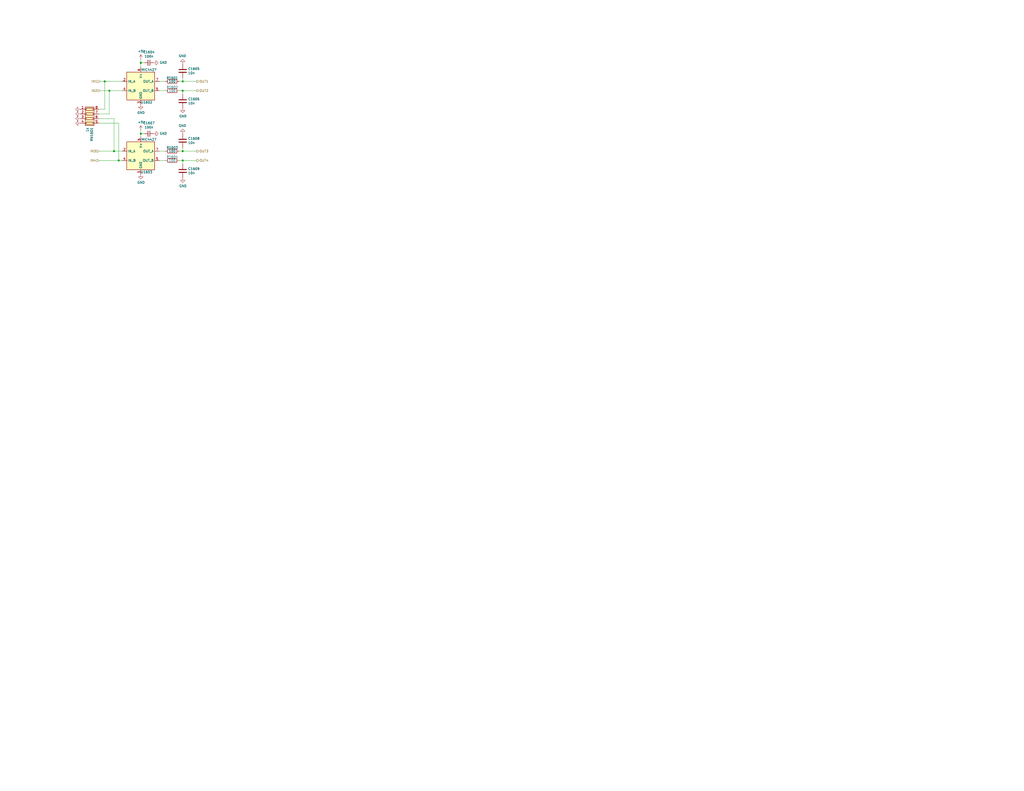
<source format=kicad_sch>
(kicad_sch (version 20211123) (generator eeschema)
  (paper "C")
  (title_block (title "1999 Dodge Dakota Based on rusEFI/proteus") (date "2023-08-12") (rev "V0.1") (company "rusEFI"))
  (lib_symbols
    (symbol "Device:C" (pin_numbers hide) (pin_names (offset 0.254))
      (property "Reference" "C" (at 0.635 2.54 0))
      (property "Value" "C" (at 0.635 -2.54 0))
      (symbol "C_0_1"
        (polyline (pts (xy -2.032 -0.762) (xy 2.032 -0.762)) (stroke (width 0.508)))
        (polyline (pts (xy -2.032 0.762) (xy 2.032 0.762)) (stroke (width 0.508)))
      )
      (symbol "C_1_1"
        (pin passive line (at 0 3.81 270) (length 2.794) (name "~") (number "1"))
        (pin passive line (at 0 -3.81 90) (length 2.794) (name "~") (number "2"))
      )
    )
    (symbol "Device:C_Small" (pin_numbers hide) (pin_names (offset 0.254) hide)
      (property "Reference" "C" (at 0.254 1.778 0))
      (property "Value" "C_Small" (at 0.254 -2.032 0))
      (symbol "C_Small_0_1"
        (polyline (pts (xy -1.524 -0.508) (xy 1.524 -0.508)) (stroke (width 0.3302)))
        (polyline (pts (xy -1.524 0.508) (xy 1.524 0.508)) (stroke (width 0.3048)))
      )
      (symbol "C_Small_1_1"
        (pin passive line (at 0 2.54 270) (length 2.032) (name "~") (number "1"))
        (pin passive line (at 0 -2.54 90) (length 2.032) (name "~") (number "2"))
      )
    )
    (symbol "Device:R" (pin_numbers hide) (pin_names (offset 0))
      (property "Reference" "R" (at 2.032 0 90))
      (property "Value" "R" (at 0 0 90))
      (symbol "R_0_1"
        (rectangle (start -1.016 -2.54) (end 1.016 2.54) (stroke (width 0.254)))
      )
      (symbol "R_1_1"
        (pin passive line (at 0 3.81 270) (length 1.27) (name "~") (number "1"))
        (pin passive line (at 0 -3.81 90) (length 1.27) (name "~") (number "2"))
      )
    )
    (symbol "Device:R_Pack04" (pin_names (offset 0) hide)
      (property "Reference" "RN" (at -7.62 0 90))
      (property "Value" "R_Pack04" (at 5.08 0 90))
      (symbol "R_Pack04_0_1"
        (rectangle (start -6.35 -2.413) (end 3.81 2.413) (stroke (width 0.254)) (fill (type background)))
        (rectangle (start -5.715 1.905) (end -4.445 -1.905) (stroke (width 0.254)))
        (rectangle (start -3.175 1.905) (end -1.905 -1.905) (stroke (width 0.254)))
        (rectangle (start -0.635 1.905) (end 0.635 -1.905) (stroke (width 0.254)))
        (polyline (pts (xy -5.08 -2.54) (xy -5.08 -1.905)))
        (polyline (pts (xy -5.08 1.905) (xy -5.08 2.54)))
        (polyline (pts (xy -2.54 -2.54) (xy -2.54 -1.905)))
        (polyline (pts (xy -2.54 1.905) (xy -2.54 2.54)))
        (polyline (pts (xy 0 -2.54) (xy 0 -1.905)))
        (polyline (pts (xy 0 1.905) (xy 0 2.54)))
        (polyline (pts (xy 2.54 -2.54) (xy 2.54 -1.905)))
        (polyline (pts (xy 2.54 1.905) (xy 2.54 2.54)))
        (rectangle (start 1.905 1.905) (end 3.175 -1.905) (stroke (width 0.254)))
      )
      (symbol "R_Pack04_1_1"
        (pin passive line (at -5.08 -5.08 90) (length 2.54) (name "R1.1") (number "1"))
        (pin passive line (at -2.54 -5.08 90) (length 2.54) (name "R2.1") (number "2"))
        (pin passive line (at 0 -5.08 90) (length 2.54) (name "R3.1") (number "3"))
        (pin passive line (at 2.54 -5.08 90) (length 2.54) (name "R4.1") (number "4"))
        (pin passive line (at 2.54 5.08 270) (length 2.54) (name "R4.2") (number "5"))
        (pin passive line (at 0 5.08 270) (length 2.54) (name "R3.2") (number "6"))
        (pin passive line (at -2.54 5.08 270) (length 2.54) (name "R2.2") (number "7"))
        (pin passive line (at -5.08 5.08 270) (length 2.54) (name "R1.2") (number "8"))
      )
    )
    (symbol "Driver_FET:MIC4427"
      (property "Reference" "U" (at -7.62 8.89 0))
      (property "Value" "MIC4427" (at 1.27 8.89 0))
      (symbol "MIC4427_0_1"
        (rectangle (start -7.62 -7.62) (end 7.62 7.62) (stroke (width 0.254)) (fill (type background)))
      )
      (symbol "MIC4427_1_1"
        (pin no_connect line (at -7.62 0 0) (length 2.54) hide (name "NC") (number "1"))
        (pin input line (at -10.16 2.54 0) (length 2.54) (name "IN_A") (number "2"))
        (pin power_in line (at 0 -10.16 90) (length 2.54) (name "GND") (number "3"))
        (pin input line (at -10.16 -2.54 0) (length 2.54) (name "IN_B") (number "4"))
        (pin output line (at 10.16 -2.54 180) (length 2.54) (name "OUT_B") (number "5"))
        (pin power_in line (at 0 10.16 270) (length 2.54) (name "V+") (number "6"))
        (pin output line (at 10.16 2.54 180) (length 2.54) (name "OUT_A") (number "7"))
        (pin no_connect line (at 7.62 0 180) (length 2.54) hide (name "NC") (number "8"))
      )
    )
    (symbol "power:+5V" (power) (pin_names (offset 0))
      (property "Value" "+5V" (at 0 3.556 0))
      (symbol "+5V_0_1"
        (polyline (pts (xy -0.762 1.27) (xy 0 2.54)))
        (polyline (pts (xy 0 0) (xy 0 2.54)))
        (polyline (pts (xy 0 2.54) (xy 0.762 1.27)))
      )
      (symbol "+5V_1_1"
        (pin power_in line (at 0 0 90) (length 0) hide (name "+5V") (number "1"))
      )
    )
    (symbol "power:GND" (power) (pin_names (offset 0))
      (property "Value" "GND" (at 0 -3.81 0))
      (symbol "GND_0_1"
        (polyline (pts (xy 0 0) (xy 0 -1.27) (xy 1.27 -1.27) (xy 0 -2.54) (xy -1.27 -1.27) (xy 0 -1.27)))
      )
      (symbol "GND_1_1"
        (pin power_in line (at 0 0 270) (length 0) hide (name "GND") (number "1"))
      )
    )
  )
  (junction (at 76.835 73.025))
  (junction (at 62.23 82.55))
  (junction (at 57.15 44.45))
  (junction (at 99.695 87.63))
  (junction (at 99.695 44.45))
  (junction (at 59.69 49.53))
  (junction (at 64.77 87.63))
  (junction (at 76.835 34.29))
  (junction (at 99.695 49.53))
  (junction (at 99.695 82.55))
  (wire (pts (xy 62.23 64.77) (xy 53.975 64.77)))
  (wire (pts (xy 107.315 87.63) (xy 99.695 87.63)))
  (wire (pts (xy 76.835 73.025) (xy 76.835 74.93)))
  (wire (pts (xy 62.23 82.55) (xy 66.675 82.55)))
  (wire (pts (xy 97.79 82.55) (xy 99.695 82.55)))
  (wire (pts (xy 57.15 44.45) (xy 66.675 44.45)))
  (wire (pts (xy 64.77 87.63) (xy 66.675 87.63)))
  (wire (pts (xy 99.695 49.53) (xy 107.315 49.53)))
  (wire (pts (xy 54.61 44.45) (xy 57.15 44.45)))
  (wire (pts (xy 90.17 87.63) (xy 86.995 87.63)))
  (wire (pts (xy 53.975 82.55) (xy 62.23 82.55)))
  (wire (pts (xy 54.61 49.53) (xy 59.69 49.53)))
  (wire (pts (xy 57.15 44.45) (xy 57.15 59.69)))
  (wire (pts (xy 99.695 51.435) (xy 99.695 49.53)))
  (wire (pts (xy 99.695 82.55) (xy 107.315 82.55)))
  (wire (pts (xy 97.79 87.63) (xy 99.695 87.63)))
  (wire (pts (xy 99.695 44.45) (xy 99.695 42.545)))
  (wire (pts (xy 59.69 49.53) (xy 59.69 62.23)))
  (wire (pts (xy 99.695 82.55) (xy 99.695 80.645)))
  (wire (pts (xy 64.77 67.31) (xy 53.975 67.31)))
  (wire (pts (xy 99.695 49.53) (xy 97.79 49.53)))
  (wire (pts (xy 99.695 87.63) (xy 99.695 89.535)))
  (wire (pts (xy 90.17 82.55) (xy 86.995 82.55)))
  (wire (pts (xy 53.975 59.69) (xy 57.15 59.69)))
  (wire (pts (xy 53.975 87.63) (xy 64.77 87.63)))
  (wire (pts (xy 76.835 32.385) (xy 76.835 34.29)))
  (wire (pts (xy 64.77 67.31) (xy 64.77 87.63)))
  (wire (pts (xy 76.835 71.12) (xy 76.835 73.025)))
  (wire (pts (xy 53.975 62.23) (xy 59.69 62.23)))
  (wire (pts (xy 62.23 64.77) (xy 62.23 82.55)))
  (wire (pts (xy 76.835 34.29) (xy 76.835 36.83)))
  (wire (pts (xy 78.74 73.025) (xy 76.835 73.025)))
  (wire (pts (xy 107.315 44.45) (xy 99.695 44.45)))
  (wire (pts (xy 78.74 34.29) (xy 76.835 34.29)))
  (wire (pts (xy 59.69 49.53) (xy 66.675 49.53)))
  (wire (pts (xy 90.17 44.45) (xy 86.995 44.45)))
  (wire (pts (xy 97.79 44.45) (xy 99.695 44.45)))
  (wire (pts (xy 90.17 49.53) (xy 86.995 49.53)))
  (hierarchical_label "OUT1" (shape output) (at 107.315 44.45 0))
  (hierarchical_label "OUT3" (shape output) (at 107.315 82.55 0))
  (hierarchical_label "OUT2" (shape output) (at 107.315 49.53 0))
  (hierarchical_label "IN1" (shape input) (at 54.61 44.45 180))
  (hierarchical_label "OUT4" (shape output) (at 107.315 87.63 0))
  (hierarchical_label "IN4" (shape input) (at 53.975 87.63 180))
  (hierarchical_label "IN3" (shape input) (at 53.975 82.55 180))
  (hierarchical_label "IN2" (shape input) (at 54.61 49.53 180))
  (symbol (lib_id "Driver_FET:MIC4427") (at 76.835 46.99 0) (unit 1)
    (property "Reference" "U1602" (at 80.01 55.88 0))
    (property "Value" "MIC4427" (at 81.28 38.1 0))
    (property "Footprint" "Package_SO:SOIC-8_3.9x4.9mm_P1.27mm" (effects hide))
    (property "Datasheet" "http://ww1.microchip.com/downloads/en/DeviceDoc/mic4426.pdf" (effects hide))
    (property "PN" "TC4427EOA" (effects hide))
    (property "LCSC" "C20551" (effects hide))
    (property "LCSC_ext" "1" (effects hide))
    (property "possible_not_ext" "1" (effects hide))
  )
  (symbol (lib_id "Driver_FET:MIC4427") (at 76.835 85.09 0) (unit 1)
    (property "Reference" "U1603" (at 80.01 93.98 0))
    (property "Value" "MIC4427" (at 81.28 76.2 0))
    (property "Footprint" "Package_SO:SOIC-8_3.9x4.9mm_P1.27mm" (effects hide))
    (property "Datasheet" "http://ww1.microchip.com/downloads/en/DeviceDoc/mic4426.pdf" (effects hide))
    (property "PN" "TC4427EOA" (effects hide))
    (property "LCSC" "C20551" (effects hide))
    (property "LCSC_ext" "1" (effects hide))
    (property "possible_not_ext" "1" (effects hide))
  )
  (symbol (lib_id "Device:C_Small") (at 81.28 73.025 270) (unit 1)
    (property "Reference" "C1607" (at 81.28 67.2084 90))
    (property "Value" "100n" (at 81.28 69.5198 90))
    (property "Footprint" "Capacitor_SMD:C_0603_1608Metric" (effects hide))
    (property "LCSC" "C14663" (effects hide))
    (property "LCSC_ext" "0" (effects hide))
  )
  (symbol (lib_id "power:GND") (at 76.835 57.15 0) (unit 1)
    (property "Reference" "#PWR0167" (effects hide))
    (property "Value" "GND" (at 76.962 61.5442 0))
  )
  (symbol (lib_id "power:GND") (at 76.835 95.25 0) (unit 1)
    (property "Reference" "#PWR0168" (effects hide))
    (property "Value" "GND" (at 76.962 99.6442 0))
  )
  (symbol (lib_id "Device:C_Small") (at 81.28 34.29 270) (unit 1)
    (property "Reference" "C1604" (at 81.28 28.4734 90))
    (property "Value" "100n" (at 81.28 30.7848 90))
    (property "Footprint" "Capacitor_SMD:C_0603_1608Metric" (effects hide))
    (property "LCSC" "C14663" (effects hide))
    (property "LCSC_ext" "0" (effects hide))
  )
  (symbol (lib_id "power:+5V") (at 76.835 32.385 0) (unit 1)
    (property "Reference" "#PWR0169" (effects hide))
    (property "Value" "+5V" (at 77.216 27.9908 0))
  )
  (symbol (lib_id "power:+5V") (at 76.835 71.12 0) (unit 1)
    (property "Reference" "#PWR0170" (effects hide))
    (property "Value" "+5V" (at 77.216 66.7258 0))
  )
  (symbol (lib_id "power:GND") (at 83.82 73.025 90) (unit 1)
    (property "Reference" "#PWR0171" (effects hide))
    (property "Value" "GND" (at 87.0712 72.898 90) (effects (justify right)))
  )
  (symbol (lib_id "power:GND") (at 83.82 34.29 90) (unit 1)
    (property "Reference" "#PWR0172" (effects hide))
    (property "Value" "GND" (at 87.0712 34.163 90) (effects (justify right)))
  )
  (symbol (lib_id "Device:R") (at 93.98 44.45 270) (unit 1)
    (property "Reference" "R1601" (at 93.98 42.545 90))
    (property "Value" "100" (at 93.98 44.45 90))
    (property "Footprint" "Resistor_SMD:R_0805_2012Metric" (effects hide))
    (property "LCSC" "C17408" (effects hide))
    (property "LCSC_ext" "0" (effects hide))
  )
  (symbol (lib_id "Device:R") (at 93.98 49.53 270) (unit 1)
    (property "Reference" "R1602" (at 93.98 47.625 90))
    (property "Value" "100" (at 93.98 49.53 90))
    (property "Footprint" "Resistor_SMD:R_0805_2012Metric" (effects hide))
    (property "LCSC" "C17408" (effects hide))
    (property "LCSC_ext" "0" (effects hide))
  )
  (symbol (lib_id "Device:R") (at 93.98 82.55 270) (unit 1)
    (property "Reference" "R1603" (at 93.98 80.645 90))
    (property "Value" "100" (at 93.98 82.55 90))
    (property "Footprint" "Resistor_SMD:R_0805_2012Metric" (effects hide))
    (property "LCSC" "C17408" (effects hide))
    (property "LCSC_ext" "0" (effects hide))
  )
  (symbol (lib_id "Device:R") (at 93.98 87.63 270) (unit 1)
    (property "Reference" "R1604" (at 93.98 85.725 90))
    (property "Value" "100" (at 93.98 87.63 90))
    (property "Footprint" "Resistor_SMD:R_0805_2012Metric" (effects hide))
    (property "LCSC" "C17408" (effects hide))
    (property "LCSC_ext" "0" (effects hide))
  )
  (symbol (lib_id "Device:C") (at 99.695 55.245 0) (unit 1)
    (property "Reference" "C1606" (at 102.616 54.0766 0) (effects (justify left)))
    (property "Value" "10n" (at 102.616 56.388 0) (effects (justify left)))
    (property "Footprint" "Capacitor_SMD:C_0603_1608Metric" (effects hide))
    (property "LCSC" "C57112" (effects hide))
    (property "LCSC_ext" "0" (effects hide))
  )
  (symbol (lib_id "power:GND") (at 99.695 59.055 0) (unit 1)
    (property "Reference" "#PWR0173" (effects hide))
    (property "Value" "GND" (at 99.822 63.4492 0))
  )
  (symbol (lib_id "Device:C") (at 99.695 38.735 180) (unit 1)
    (property "Reference" "C1605" (at 102.616 37.5666 0) (effects (justify right)))
    (property "Value" "10n" (at 102.616 39.878 0) (effects (justify right)))
    (property "Footprint" "Capacitor_SMD:C_0603_1608Metric" (effects hide))
    (property "LCSC" "C57112" (effects hide))
    (property "LCSC_ext" "0" (effects hide))
  )
  (symbol (lib_id "power:GND") (at 99.695 34.925 180) (unit 1)
    (property "Reference" "#PWR0174" (effects hide))
    (property "Value" "GND" (at 99.568 30.5308 0))
  )
  (symbol (lib_id "Device:C") (at 99.695 76.835 180) (unit 1)
    (property "Reference" "C1608" (at 102.616 75.6666 0) (effects (justify right)))
    (property "Value" "10n" (at 102.616 77.978 0) (effects (justify right)))
    (property "Footprint" "Capacitor_SMD:C_0603_1608Metric" (effects hide))
    (property "LCSC" "C57112" (effects hide))
    (property "LCSC_ext" "0" (effects hide))
  )
  (symbol (lib_id "power:GND") (at 99.695 73.025 180) (unit 1)
    (property "Reference" "#PWR0175" (effects hide))
    (property "Value" "GND" (at 99.568 68.6308 0))
  )
  (symbol (lib_id "Device:C") (at 99.695 93.345 0) (unit 1)
    (property "Reference" "C1609" (at 102.616 92.1766 0) (effects (justify left)))
    (property "Value" "10n" (at 102.616 94.488 0) (effects (justify left)))
    (property "Footprint" "Capacitor_SMD:C_0603_1608Metric" (effects hide))
    (property "LCSC" "C57112" (effects hide))
    (property "LCSC_ext" "0" (effects hide))
  )
  (symbol (lib_id "power:GND") (at 99.695 97.155 0) (unit 1)
    (property "Reference" "#PWR0176" (effects hide))
    (property "Value" "GND" (at 99.822 101.5492 0))
  )
  (symbol (lib_id "Device:R_Pack04") (at 48.895 64.77 270) (unit 1)
    (property "Reference" "RN1601" (at 50.0634 69.5452 0) (effects (justify left)))
    (property "Value" "1k" (at 47.752 69.5452 0) (effects (justify left)))
    (property "Footprint" "Resistor_SMD:R_Array_Convex_4x0603" (effects hide))
    (property "LCSC" "C20197" (effects hide))
    (property "LCSC_ext" "0" (effects hide))
  )
  (symbol (lib_id "power:GND") (at 43.815 67.31 270) (unit 1)
    (property "Reference" "#PWR0197" (effects hide))
    (property "Value" "GND" (effects hide))
  )
  (symbol (lib_id "power:GND") (at 43.815 64.77 270) (unit 1)
    (property "Reference" "#PWR0198" (effects hide))
    (property "Value" "GND" (effects hide))
  )
  (symbol (lib_id "power:GND") (at 43.815 62.23 270) (unit 1)
    (property "Reference" "#PWR0199" (effects hide))
    (property "Value" "GND" (effects hide))
  )
  (symbol (lib_id "power:GND") (at 43.815 59.69 270) (unit 1)
    (property "Reference" "#PWR0200" (effects hide))
    (property "Value" "GND" (effects hide))
  )
)
</source>
